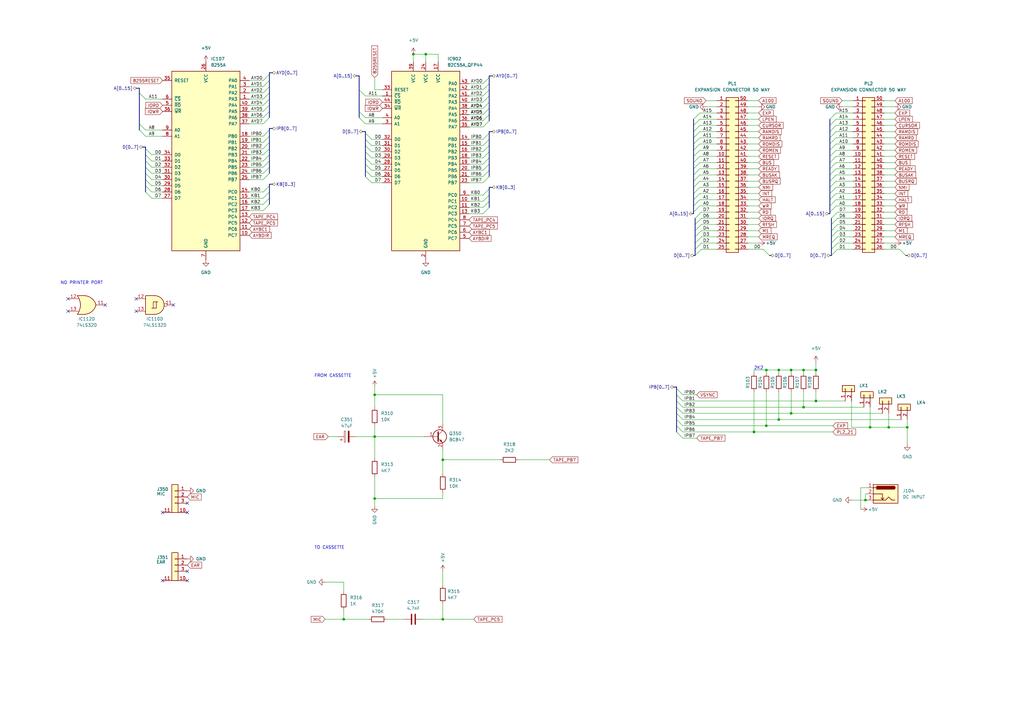
<source format=kicad_sch>
(kicad_sch (version 20230121) (generator eeschema)
  (paper "A3")
  (junction (at 169.545 22.225))
  (junction (at 140.97 254))
  (junction (at 324.485 169.545))
  (junction (at 354.965 205.105))
  (junction (at 174.625 22.225))
  (junction (at 334.645 151.765))
  (junction (at 314.325 151.765))
  (junction (at 324.485 151.765))
  (junction (at 319.405 172.085))
  (junction (at 153.67 204.47))
  (junction (at 314.325 174.625))
  (junction (at 372.11 175.26))
  (junction (at 356.87 175.26))
  (junction (at 319.405 151.765))
  (junction (at 334.645 164.465))
  (junction (at 153.67 161.925))
  (junction (at 364.49 175.26))
  (junction (at 309.245 177.165))
  (junction (at 153.67 179.07))
  (junction (at 329.565 167.005))
  (junction (at 181.61 188.595))
  (junction (at 329.565 151.765))
  (junction (at 181.61 254))
  (no_connect (at 66.675 238.125))
  (no_connect (at 76.835 206.375))
  (no_connect (at 76.835 210.185))
  (no_connect (at 66.675 210.185))
  (no_connect (at 55.88 127.635))
  (no_connect (at 55.88 122.555))
  (no_connect (at 71.12 125.095))
  (no_connect (at 27.94 122.555))
  (no_connect (at 27.94 127.635))
  (no_connect (at 43.18 125.095))
  (no_connect (at 76.835 238.125))
  (no_connect (at 76.835 234.315))
  (bus_entry (at 198.12 44.45) (size 2.54 -2.54))
  (bus_entry (at 149.86 69.85) (size 2.54 2.54))
  (bus_entry (at 340.36 51.435) (size 2.54 -2.54))
  (bus_entry (at 340.36 71.755) (size 2.54 -2.54))
  (bus_entry (at 280.035 167.005) (size -2.54 -2.54))
  (bus_entry (at 198.12 82.55) (size 2.54 -2.54))
  (bus_entry (at 107.95 45.72) (size 2.54 -2.54))
  (bus_entry (at 107.95 33.02) (size 2.54 -2.54))
  (bus_entry (at 107.95 58.42) (size 2.54 -2.54))
  (bus_entry (at 198.12 46.99) (size 2.54 -2.54))
  (bus_entry (at 149.86 59.69) (size 2.54 2.54))
  (bus_entry (at 285.115 92.075) (size 2.54 -2.54))
  (bus_entry (at 280.035 172.085) (size -2.54 -2.54))
  (bus_entry (at 284.48 56.515) (size 2.54 -2.54))
  (bus_entry (at 149.86 72.39) (size 2.54 2.54))
  (bus_entry (at 198.12 52.07) (size 2.54 -2.54))
  (bus_entry (at 107.95 68.58) (size 2.54 -2.54))
  (bus_entry (at 107.95 50.8) (size 2.54 -2.54))
  (bus_entry (at 340.36 79.375) (size 2.54 -2.54))
  (bus_entry (at 198.12 72.39) (size 2.54 -2.54))
  (bus_entry (at 107.95 71.12) (size 2.54 -2.54))
  (bus_entry (at 340.36 59.055) (size 2.54 -2.54))
  (bus_entry (at 340.995 94.615) (size 2.54 -2.54))
  (bus_entry (at 198.12 80.01) (size 2.54 -2.54))
  (bus_entry (at 340.36 74.295) (size 2.54 -2.54))
  (bus_entry (at 340.995 92.075) (size 2.54 -2.54))
  (bus_entry (at 340.36 56.515) (size 2.54 -2.54))
  (bus_entry (at 198.12 85.09) (size 2.54 -2.54))
  (bus_entry (at 59.69 73.66) (size 2.54 2.54))
  (bus_entry (at 340.995 102.235) (size 2.54 -2.54))
  (bus_entry (at 149.86 62.23) (size 2.54 2.54))
  (bus_entry (at 280.035 179.705) (size -2.54 -2.54))
  (bus_entry (at 368.935 102.235) (size 2.54 2.54))
  (bus_entry (at 285.115 89.535) (size 2.54 -2.54))
  (bus_entry (at 198.12 36.83) (size 2.54 -2.54))
  (bus_entry (at 284.48 48.895) (size 2.54 -2.54))
  (bus_entry (at 57.15 50.8) (size 2.54 2.54))
  (bus_entry (at 340.36 69.215) (size 2.54 -2.54))
  (bus_entry (at 340.36 81.915) (size 2.54 -2.54))
  (bus_entry (at 198.12 74.93) (size 2.54 -2.54))
  (bus_entry (at 107.95 43.18) (size 2.54 -2.54))
  (bus_entry (at 340.36 61.595) (size 2.54 -2.54))
  (bus_entry (at 59.69 66.04) (size 2.54 2.54))
  (bus_entry (at 107.95 38.1) (size 2.54 -2.54))
  (bus_entry (at 284.48 84.455) (size 2.54 -2.54))
  (bus_entry (at 284.48 61.595) (size 2.54 -2.54))
  (bus_entry (at 284.48 74.295) (size 2.54 -2.54))
  (bus_entry (at 198.12 69.85) (size 2.54 -2.54))
  (bus_entry (at 149.86 64.77) (size 2.54 2.54))
  (bus_entry (at 280.035 174.625) (size -2.54 -2.54))
  (bus_entry (at 107.95 66.04) (size 2.54 -2.54))
  (bus_entry (at 147.32 45.72) (size 2.54 2.54))
  (bus_entry (at 340.36 53.975) (size 2.54 -2.54))
  (bus_entry (at 340.36 48.895) (size 2.54 -2.54))
  (bus_entry (at 59.69 68.58) (size 2.54 2.54))
  (bus_entry (at 198.12 41.91) (size 2.54 -2.54))
  (bus_entry (at 340.995 89.535) (size 2.54 -2.54))
  (bus_entry (at 198.12 87.63) (size 2.54 -2.54))
  (bus_entry (at 59.69 76.2) (size 2.54 2.54))
  (bus_entry (at 57.15 53.34) (size 2.54 2.54))
  (bus_entry (at 59.69 63.5) (size 2.54 2.54))
  (bus_entry (at 107.95 40.64) (size 2.54 -2.54))
  (bus_entry (at 149.86 54.61) (size 2.54 2.54))
  (bus_entry (at 284.48 81.915) (size 2.54 -2.54))
  (bus_entry (at 340.36 76.835) (size 2.54 -2.54))
  (bus_entry (at 107.95 86.36) (size 2.54 -2.54))
  (bus_entry (at 107.95 78.74) (size 2.54 -2.54))
  (bus_entry (at 340.36 84.455) (size 2.54 -2.54))
  (bus_entry (at 284.48 64.135) (size 2.54 -2.54))
  (bus_entry (at 284.48 59.055) (size 2.54 -2.54))
  (bus_entry (at 340.995 99.695) (size 2.54 -2.54))
  (bus_entry (at 340.995 104.775) (size 2.54 -2.54))
  (bus_entry (at 284.48 79.375) (size 2.54 -2.54))
  (bus_entry (at 198.12 57.15) (size 2.54 -2.54))
  (bus_entry (at 285.115 97.155) (size 2.54 -2.54))
  (bus_entry (at 198.12 64.77) (size 2.54 -2.54))
  (bus_entry (at 107.95 60.96) (size 2.54 -2.54))
  (bus_entry (at 147.32 36.83) (size 2.54 2.54))
  (bus_entry (at 57.15 38.1) (size 2.54 2.54))
  (bus_entry (at 198.12 59.69) (size 2.54 -2.54))
  (bus_entry (at 285.115 102.235) (size 2.54 -2.54))
  (bus_entry (at 284.48 86.995) (size 2.54 -2.54))
  (bus_entry (at 284.48 51.435) (size 2.54 -2.54))
  (bus_entry (at 284.48 53.975) (size 2.54 -2.54))
  (bus_entry (at 147.32 48.26) (size 2.54 2.54))
  (bus_entry (at 340.36 66.675) (size 2.54 -2.54))
  (bus_entry (at 198.12 49.53) (size 2.54 -2.54))
  (bus_entry (at 280.035 161.925) (size -2.54 -2.54))
  (bus_entry (at 149.86 57.15) (size 2.54 2.54))
  (bus_entry (at 284.48 76.835) (size 2.54 -2.54))
  (bus_entry (at 149.86 67.31) (size 2.54 2.54))
  (bus_entry (at 285.115 99.695) (size 2.54 -2.54))
  (bus_entry (at 284.48 66.675) (size 2.54 -2.54))
  (bus_entry (at 340.36 86.995) (size 2.54 -2.54))
  (bus_entry (at 59.69 60.96) (size 2.54 2.54))
  (bus_entry (at 198.12 67.31) (size 2.54 -2.54))
  (bus_entry (at 285.115 94.615) (size 2.54 -2.54))
  (bus_entry (at 107.95 48.26) (size 2.54 -2.54))
  (bus_entry (at 198.12 34.29) (size 2.54 -2.54))
  (bus_entry (at 284.48 71.755) (size 2.54 -2.54))
  (bus_entry (at 280.035 169.545) (size -2.54 -2.54))
  (bus_entry (at 59.69 71.12) (size 2.54 2.54))
  (bus_entry (at 285.115 104.775) (size 2.54 -2.54))
  (bus_entry (at 284.48 69.215) (size 2.54 -2.54))
  (bus_entry (at 107.95 73.66) (size 2.54 -2.54))
  (bus_entry (at 198.12 62.23) (size 2.54 -2.54))
  (bus_entry (at 340.36 64.135) (size 2.54 -2.54))
  (bus_entry (at 107.95 63.5) (size 2.54 -2.54))
  (bus_entry (at 59.69 78.74) (size 2.54 2.54))
  (bus_entry (at 107.95 35.56) (size 2.54 -2.54))
  (bus_entry (at 107.95 83.82) (size 2.54 -2.54))
  (bus_entry (at 107.95 55.88) (size 2.54 -2.54))
  (bus_entry (at 107.95 81.28) (size 2.54 -2.54))
  (bus_entry (at 280.035 164.465) (size -2.54 -2.54))
  (bus_entry (at 198.12 39.37) (size 2.54 -2.54))
  (bus_entry (at 313.055 102.235) (size 2.54 2.54))
  (bus_entry (at 280.035 177.165) (size -2.54 -2.54))
  (bus_entry (at 340.995 97.155) (size 2.54 -2.54))
  (bus (pts (xy 340.995 89.535) (xy 340.995 92.075)))
  (wire (pts (xy 192.405 41.91) (xy 198.12 41.91)))
  (wire (pts (xy 62.23 76.2) (xy 66.675 76.2)))
  (wire (pts (xy 169.545 22.225) (xy 169.545 25.4)))
  (wire (pts (xy 342.9 53.975) (xy 349.885 53.975)))
  (bus (pts (xy 110.49 45.72) (xy 110.49 48.26)))
  (wire (pts (xy 174.625 22.225) (xy 179.705 22.225)))
  (wire (pts (xy 102.235 45.72) (xy 107.95 45.72)))
  (bus (pts (xy 110.49 55.88) (xy 110.49 58.42)))
  (wire (pts (xy 153.67 161.925) (xy 181.61 161.925)))
  (wire (pts (xy 287.655 97.155) (xy 294.005 97.155)))
  (wire (pts (xy 343.535 97.155) (xy 349.885 97.155)))
  (wire (pts (xy 349.25 205.105) (xy 354.965 205.105)))
  (wire (pts (xy 152.4 72.39) (xy 156.845 72.39)))
  (bus (pts (xy 147.32 45.72) (xy 147.32 48.26)))
  (wire (pts (xy 306.705 86.995) (xy 311.15 86.995)))
  (wire (pts (xy 174.625 22.225) (xy 174.625 25.4)))
  (wire (pts (xy 102.235 38.1) (xy 107.95 38.1)))
  (wire (pts (xy 181.61 204.47) (xy 181.61 201.93)))
  (wire (pts (xy 319.405 151.765) (xy 319.405 153.035)))
  (wire (pts (xy 152.4 74.93) (xy 156.845 74.93)))
  (wire (pts (xy 306.705 94.615) (xy 311.15 94.615)))
  (wire (pts (xy 192.405 57.15) (xy 198.12 57.15)))
  (wire (pts (xy 362.585 59.055) (xy 367.03 59.055)))
  (bus (pts (xy 340.36 66.675) (xy 340.36 69.215)))
  (wire (pts (xy 372.11 175.26) (xy 372.11 172.085)))
  (wire (pts (xy 362.585 94.615) (xy 367.03 94.615)))
  (bus (pts (xy 111.76 75.565) (xy 110.49 75.565)))
  (wire (pts (xy 287.655 102.235) (xy 294.005 102.235)))
  (wire (pts (xy 287.02 66.675) (xy 294.005 66.675)))
  (wire (pts (xy 319.405 172.085) (xy 369.57 172.085)))
  (wire (pts (xy 334.645 151.765) (xy 334.645 148.59)))
  (bus (pts (xy 111.76 52.705) (xy 110.49 52.705)))
  (bus (pts (xy 340.36 76.835) (xy 340.36 79.375)))
  (wire (pts (xy 287.02 76.835) (xy 294.005 76.835)))
  (bus (pts (xy 340.36 61.595) (xy 340.36 64.135)))
  (bus (pts (xy 339.725 87.63) (xy 340.36 87.63)))
  (wire (pts (xy 362.585 51.435) (xy 367.03 51.435)))
  (wire (pts (xy 287.02 84.455) (xy 294.005 84.455)))
  (wire (pts (xy 287.02 51.435) (xy 294.005 51.435)))
  (wire (pts (xy 153.67 161.925) (xy 153.67 167.005)))
  (wire (pts (xy 362.585 81.915) (xy 367.03 81.915)))
  (bus (pts (xy 340.36 53.975) (xy 340.36 56.515)))
  (wire (pts (xy 329.565 167.005) (xy 354.33 167.005)))
  (wire (pts (xy 153.67 158.75) (xy 153.67 161.925)))
  (wire (pts (xy 181.61 254) (xy 194.31 254)))
  (bus (pts (xy 200.66 62.23) (xy 200.66 64.77)))
  (wire (pts (xy 306.705 92.075) (xy 311.15 92.075)))
  (wire (pts (xy 306.705 61.595) (xy 311.15 61.595)))
  (bus (pts (xy 57.15 38.1) (xy 57.15 50.8)))
  (wire (pts (xy 287.02 71.755) (xy 294.005 71.755)))
  (wire (pts (xy 319.405 151.765) (xy 324.485 151.765)))
  (bus (pts (xy 277.495 159.385) (xy 277.495 161.925)))
  (wire (pts (xy 153.67 174.625) (xy 153.67 179.07)))
  (wire (pts (xy 153.67 179.07) (xy 153.67 187.96)))
  (wire (pts (xy 306.705 69.215) (xy 311.15 69.215)))
  (bus (pts (xy 110.49 30.48) (xy 110.49 33.02)))
  (wire (pts (xy 153.67 207.645) (xy 153.67 204.47)))
  (wire (pts (xy 102.235 66.04) (xy 107.95 66.04)))
  (wire (pts (xy 329.565 160.655) (xy 329.565 167.005)))
  (wire (pts (xy 356.87 175.26) (xy 349.25 175.26)))
  (wire (pts (xy 134.62 179.07) (xy 138.43 179.07)))
  (wire (pts (xy 342.9 46.355) (xy 349.885 46.355)))
  (bus (pts (xy 200.66 59.69) (xy 200.66 62.23)))
  (wire (pts (xy 102.235 58.42) (xy 107.95 58.42)))
  (wire (pts (xy 192.405 46.99) (xy 198.12 46.99)))
  (bus (pts (xy 285.115 99.695) (xy 285.115 102.235)))
  (bus (pts (xy 147.32 36.83) (xy 147.32 45.72)))
  (bus (pts (xy 201.93 76.835) (xy 200.66 76.835)))
  (wire (pts (xy 181.61 188.595) (xy 181.61 194.31)))
  (bus (pts (xy 340.36 104.775) (xy 340.995 104.775)))
  (bus (pts (xy 284.48 51.435) (xy 284.48 53.975)))
  (bus (pts (xy 316.23 104.775) (xy 315.595 104.775)))
  (wire (pts (xy 362.585 92.075) (xy 367.03 92.075)))
  (wire (pts (xy 102.235 78.74) (xy 107.95 78.74)))
  (bus (pts (xy 59.69 76.2) (xy 59.69 78.74)))
  (bus (pts (xy 200.66 77.47) (xy 200.66 80.01)))
  (bus (pts (xy 200.66 53.975) (xy 200.66 54.61)))
  (bus (pts (xy 110.49 66.04) (xy 110.49 68.58)))
  (wire (pts (xy 306.705 53.975) (xy 311.15 53.975)))
  (wire (pts (xy 102.235 71.12) (xy 107.95 71.12)))
  (wire (pts (xy 362.585 74.295) (xy 367.03 74.295)))
  (bus (pts (xy 200.66 64.77) (xy 200.66 67.31)))
  (wire (pts (xy 345.44 43.815) (xy 349.885 43.815)))
  (wire (pts (xy 62.23 78.74) (xy 66.675 78.74)))
  (wire (pts (xy 102.235 48.26) (xy 107.95 48.26)))
  (bus (pts (xy 284.48 86.995) (xy 284.48 87.63)))
  (bus (pts (xy 149.86 57.15) (xy 149.86 59.69)))
  (bus (pts (xy 285.115 102.235) (xy 285.115 104.775)))
  (wire (pts (xy 285.75 161.925) (xy 280.035 161.925)))
  (wire (pts (xy 62.23 73.66) (xy 66.675 73.66)))
  (wire (pts (xy 342.9 64.135) (xy 349.885 64.135)))
  (wire (pts (xy 343.535 86.995) (xy 349.885 86.995)))
  (wire (pts (xy 362.585 71.755) (xy 367.03 71.755)))
  (wire (pts (xy 102.235 73.66) (xy 107.95 73.66)))
  (wire (pts (xy 309.245 177.165) (xy 341.63 177.165)))
  (wire (pts (xy 354.965 202.565) (xy 354.965 205.105)))
  (wire (pts (xy 362.585 76.835) (xy 367.03 76.835)))
  (wire (pts (xy 306.705 74.295) (xy 311.15 74.295)))
  (wire (pts (xy 343.535 102.235) (xy 349.885 102.235)))
  (bus (pts (xy 59.69 60.325) (xy 59.69 60.96)))
  (wire (pts (xy 364.49 175.26) (xy 356.87 175.26)))
  (wire (pts (xy 102.235 40.64) (xy 107.95 40.64)))
  (wire (pts (xy 192.405 52.07) (xy 198.12 52.07)))
  (wire (pts (xy 102.235 81.28) (xy 107.95 81.28)))
  (wire (pts (xy 343.535 92.075) (xy 349.885 92.075)))
  (wire (pts (xy 287.02 48.895) (xy 294.005 48.895)))
  (wire (pts (xy 192.405 59.69) (xy 198.12 59.69)))
  (wire (pts (xy 306.705 41.275) (xy 311.15 41.275)))
  (bus (pts (xy 340.36 81.915) (xy 340.36 84.455)))
  (bus (pts (xy 110.49 53.34) (xy 110.49 55.88)))
  (bus (pts (xy 284.48 74.295) (xy 284.48 76.835)))
  (wire (pts (xy 353.06 200.025) (xy 353.06 208.915)))
  (bus (pts (xy 277.495 172.085) (xy 277.495 174.625)))
  (bus (pts (xy 284.48 81.915) (xy 284.48 84.455)))
  (bus (pts (xy 149.86 67.31) (xy 149.86 69.85)))
  (bus (pts (xy 285.115 94.615) (xy 285.115 97.155)))
  (bus (pts (xy 340.995 99.695) (xy 340.995 102.235)))
  (wire (pts (xy 152.4 59.69) (xy 156.845 59.69)))
  (bus (pts (xy 200.66 39.37) (xy 200.66 41.91)))
  (wire (pts (xy 287.02 79.375) (xy 294.005 79.375)))
  (wire (pts (xy 309.245 151.765) (xy 314.325 151.765)))
  (bus (pts (xy 372.11 104.775) (xy 371.475 104.775)))
  (wire (pts (xy 179.705 22.225) (xy 179.705 25.4)))
  (wire (pts (xy 343.535 94.615) (xy 349.885 94.615)))
  (wire (pts (xy 355.6 202.565) (xy 354.965 202.565)))
  (bus (pts (xy 57.15 50.8) (xy 57.15 53.34)))
  (wire (pts (xy 169.545 22.225) (xy 174.625 22.225)))
  (bus (pts (xy 277.495 169.545) (xy 277.495 172.085)))
  (wire (pts (xy 133.35 238.76) (xy 140.97 238.76)))
  (bus (pts (xy 284.48 71.755) (xy 284.48 74.295)))
  (wire (pts (xy 334.645 151.765) (xy 334.645 153.035)))
  (bus (pts (xy 340.36 59.055) (xy 340.36 61.595)))
  (wire (pts (xy 102.235 60.96) (xy 107.95 60.96)))
  (bus (pts (xy 146.05 31.115) (xy 147.32 31.115)))
  (wire (pts (xy 192.405 82.55) (xy 198.12 82.55)))
  (bus (pts (xy 284.48 79.375) (xy 284.48 81.915)))
  (wire (pts (xy 355.6 200.025) (xy 353.06 200.025)))
  (wire (pts (xy 306.705 51.435) (xy 311.15 51.435)))
  (bus (pts (xy 59.69 63.5) (xy 59.69 66.04)))
  (bus (pts (xy 284.48 66.675) (xy 284.48 69.215)))
  (bus (pts (xy 200.66 82.55) (xy 200.66 85.09)))
  (wire (pts (xy 354.965 205.105) (xy 355.6 205.105)))
  (wire (pts (xy 102.235 68.58) (xy 107.95 68.58)))
  (wire (pts (xy 362.585 86.995) (xy 367.03 86.995)))
  (wire (pts (xy 306.705 71.755) (xy 311.15 71.755)))
  (wire (pts (xy 102.235 50.8) (xy 107.95 50.8)))
  (wire (pts (xy 306.705 48.895) (xy 311.15 48.895)))
  (wire (pts (xy 306.705 59.055) (xy 311.15 59.055)))
  (wire (pts (xy 362.585 61.595) (xy 367.03 61.595)))
  (wire (pts (xy 306.705 89.535) (xy 311.15 89.535)))
  (bus (pts (xy 277.495 158.75) (xy 277.495 159.385)))
  (bus (pts (xy 110.49 63.5) (xy 110.49 66.04)))
  (bus (pts (xy 111.76 29.845) (xy 110.49 29.845)))
  (bus (pts (xy 201.93 31.115) (xy 200.66 31.115)))
  (bus (pts (xy 147.32 31.115) (xy 147.32 36.83)))
  (wire (pts (xy 102.235 55.88) (xy 107.95 55.88)))
  (wire (pts (xy 192.405 69.85) (xy 198.12 69.85)))
  (wire (pts (xy 280.035 164.465) (xy 334.645 164.465)))
  (wire (pts (xy 356.87 175.26) (xy 356.87 167.005)))
  (wire (pts (xy 306.705 64.135) (xy 311.15 64.135)))
  (wire (pts (xy 306.705 99.695) (xy 311.15 99.695)))
  (bus (pts (xy 57.15 36.195) (xy 57.15 38.1)))
  (wire (pts (xy 192.405 87.63) (xy 198.12 87.63)))
  (bus (pts (xy 340.36 84.455) (xy 340.36 86.995)))
  (wire (pts (xy 314.325 174.625) (xy 341.63 174.625)))
  (wire (pts (xy 314.325 151.765) (xy 319.405 151.765)))
  (wire (pts (xy 362.585 99.695) (xy 367.03 99.695)))
  (wire (pts (xy 192.405 36.83) (xy 198.12 36.83)))
  (wire (pts (xy 192.405 49.53) (xy 198.12 49.53)))
  (wire (pts (xy 192.405 74.93) (xy 198.12 74.93)))
  (wire (pts (xy 287.02 46.355) (xy 294.005 46.355)))
  (wire (pts (xy 287.655 99.695) (xy 294.005 99.695)))
  (wire (pts (xy 153.67 204.47) (xy 153.67 195.58)))
  (wire (pts (xy 149.86 48.26) (xy 156.845 48.26)))
  (bus (pts (xy 200.66 31.115) (xy 200.66 31.75)))
  (wire (pts (xy 59.69 53.34) (xy 66.675 53.34)))
  (wire (pts (xy 181.61 247.65) (xy 181.61 254)))
  (wire (pts (xy 285.75 179.705) (xy 280.035 179.705)))
  (wire (pts (xy 62.23 66.04) (xy 66.675 66.04)))
  (bus (pts (xy 149.86 62.23) (xy 149.86 64.77)))
  (wire (pts (xy 102.235 63.5) (xy 107.95 63.5)))
  (bus (pts (xy 59.69 60.96) (xy 59.69 63.5)))
  (bus (pts (xy 59.69 66.04) (xy 59.69 68.58)))
  (bus (pts (xy 200.66 46.99) (xy 200.66 49.53)))
  (bus (pts (xy 58.42 60.325) (xy 59.69 60.325)))
  (wire (pts (xy 306.705 81.915) (xy 311.15 81.915)))
  (wire (pts (xy 102.235 35.56) (xy 107.95 35.56)))
  (wire (pts (xy 334.645 164.465) (xy 346.71 164.465)))
  (bus (pts (xy 340.36 48.895) (xy 340.36 51.435)))
  (wire (pts (xy 192.405 64.77) (xy 198.12 64.77)))
  (wire (pts (xy 306.705 66.675) (xy 311.15 66.675)))
  (bus (pts (xy 200.66 76.835) (xy 200.66 77.47)))
  (wire (pts (xy 152.4 57.15) (xy 156.845 57.15)))
  (bus (pts (xy 110.49 78.74) (xy 110.49 81.28)))
  (wire (pts (xy 343.535 89.535) (xy 349.885 89.535)))
  (wire (pts (xy 181.61 188.595) (xy 205.105 188.595)))
  (wire (pts (xy 324.485 169.545) (xy 361.95 169.545)))
  (wire (pts (xy 324.485 160.655) (xy 324.485 169.545)))
  (wire (pts (xy 319.405 160.655) (xy 319.405 172.085)))
  (wire (pts (xy 287.02 81.915) (xy 294.005 81.915)))
  (wire (pts (xy 362.585 69.215) (xy 367.03 69.215)))
  (wire (pts (xy 342.9 66.675) (xy 349.885 66.675)))
  (wire (pts (xy 62.23 81.28) (xy 66.675 81.28)))
  (wire (pts (xy 156.845 36.83) (xy 153.67 36.83)))
  (wire (pts (xy 342.9 81.915) (xy 349.885 81.915)))
  (bus (pts (xy 200.66 80.01) (xy 200.66 82.55)))
  (bus (pts (xy 277.495 167.005) (xy 277.495 169.545)))
  (wire (pts (xy 212.725 188.595) (xy 225.425 188.595)))
  (wire (pts (xy 362.585 97.155) (xy 367.03 97.155)))
  (bus (pts (xy 200.66 67.31) (xy 200.66 69.85)))
  (wire (pts (xy 149.86 39.37) (xy 156.845 39.37)))
  (wire (pts (xy 133.35 254) (xy 140.97 254)))
  (wire (pts (xy 181.61 234.315) (xy 181.61 240.03)))
  (wire (pts (xy 152.4 67.31) (xy 156.845 67.31)))
  (wire (pts (xy 62.23 63.5) (xy 66.675 63.5)))
  (bus (pts (xy 110.49 68.58) (xy 110.49 71.12)))
  (bus (pts (xy 277.495 164.465) (xy 277.495 167.005)))
  (wire (pts (xy 342.9 74.295) (xy 349.885 74.295)))
  (bus (pts (xy 285.115 97.155) (xy 285.115 99.695)))
  (bus (pts (xy 340.995 94.615) (xy 340.995 97.155)))
  (wire (pts (xy 362.585 64.135) (xy 367.03 64.135)))
  (wire (pts (xy 324.485 151.765) (xy 324.485 153.035)))
  (bus (pts (xy 340.36 69.215) (xy 340.36 71.755)))
  (wire (pts (xy 306.705 43.815) (xy 311.15 43.815)))
  (bus (pts (xy 110.49 33.02) (xy 110.49 35.56)))
  (wire (pts (xy 342.9 51.435) (xy 349.885 51.435)))
  (bus (pts (xy 340.36 79.375) (xy 340.36 81.915)))
  (wire (pts (xy 287.02 56.515) (xy 294.005 56.515)))
  (wire (pts (xy 192.405 85.09) (xy 198.12 85.09)))
  (bus (pts (xy 284.48 84.455) (xy 284.48 86.995)))
  (wire (pts (xy 181.61 161.925) (xy 181.61 173.99)))
  (bus (pts (xy 200.66 69.85) (xy 200.66 72.39)))
  (bus (pts (xy 110.49 35.56) (xy 110.49 38.1)))
  (bus (pts (xy 110.49 76.2) (xy 110.49 78.74)))
  (wire (pts (xy 342.9 69.215) (xy 349.885 69.215)))
  (wire (pts (xy 362.585 41.275) (xy 367.03 41.275)))
  (bus (pts (xy 284.48 53.975) (xy 284.48 56.515)))
  (wire (pts (xy 342.9 59.055) (xy 349.885 59.055)))
  (wire (pts (xy 306.705 56.515) (xy 311.15 56.515)))
  (bus (pts (xy 200.66 31.75) (xy 200.66 34.29)))
  (bus (pts (xy 285.115 89.535) (xy 285.115 92.075)))
  (bus (pts (xy 200.66 34.29) (xy 200.66 36.83)))
  (wire (pts (xy 102.235 86.36) (xy 107.95 86.36)))
  (wire (pts (xy 153.67 179.07) (xy 173.99 179.07)))
  (wire (pts (xy 306.705 84.455) (xy 311.15 84.455)))
  (wire (pts (xy 192.405 62.23) (xy 198.12 62.23)))
  (wire (pts (xy 306.705 97.155) (xy 311.15 97.155)))
  (wire (pts (xy 102.235 43.18) (xy 107.95 43.18)))
  (wire (pts (xy 342.9 76.835) (xy 349.885 76.835)))
  (wire (pts (xy 362.585 56.515) (xy 367.03 56.515)))
  (wire (pts (xy 287.02 53.975) (xy 294.005 53.975)))
  (bus (pts (xy 277.495 174.625) (xy 277.495 177.165)))
  (bus (pts (xy 340.995 102.235) (xy 340.995 104.775)))
  (wire (pts (xy 287.02 59.055) (xy 294.005 59.055)))
  (wire (pts (xy 192.405 80.01) (xy 198.12 80.01)))
  (wire (pts (xy 153.67 204.47) (xy 181.61 204.47)))
  (wire (pts (xy 62.23 68.58) (xy 66.675 68.58)))
  (bus (pts (xy 59.69 71.12) (xy 59.69 73.66)))
  (bus (pts (xy 284.48 69.215) (xy 284.48 71.755)))
  (bus (pts (xy 285.115 92.075) (xy 285.115 94.615)))
  (bus (pts (xy 340.36 86.995) (xy 340.36 87.63)))
  (bus (pts (xy 200.66 36.83) (xy 200.66 39.37)))
  (wire (pts (xy 280.035 172.085) (xy 319.405 172.085)))
  (wire (pts (xy 342.9 71.755) (xy 349.885 71.755)))
  (bus (pts (xy 284.48 48.895) (xy 284.48 51.435)))
  (wire (pts (xy 329.565 151.765) (xy 329.565 153.035)))
  (bus (pts (xy 284.48 61.595) (xy 284.48 64.135)))
  (bus (pts (xy 284.48 64.135) (xy 284.48 66.675)))
  (bus (pts (xy 55.88 36.195) (xy 57.15 36.195)))
  (wire (pts (xy 324.485 151.765) (xy 329.565 151.765)))
  (wire (pts (xy 362.585 102.235) (xy 368.935 102.235)))
  (wire (pts (xy 362.585 89.535) (xy 367.03 89.535)))
  (bus (pts (xy 148.59 53.975) (xy 149.86 53.975)))
  (wire (pts (xy 62.23 71.12) (xy 66.675 71.12)))
  (wire (pts (xy 287.655 92.075) (xy 294.005 92.075)))
  (bus (pts (xy 110.49 29.845) (xy 110.49 30.48)))
  (wire (pts (xy 140.97 250.19) (xy 140.97 254)))
  (wire (pts (xy 362.585 53.975) (xy 367.03 53.975)))
  (wire (pts (xy 362.585 79.375) (xy 367.03 79.375)))
  (wire (pts (xy 102.235 33.02) (xy 107.95 33.02)))
  (bus (pts (xy 149.86 59.69) (xy 149.86 62.23)))
  (wire (pts (xy 342.9 56.515) (xy 349.885 56.515)))
  (bus (pts (xy 340.36 64.135) (xy 340.36 66.675)))
  (wire (pts (xy 102.235 83.82) (xy 107.95 83.82)))
  (wire (pts (xy 140.97 254) (xy 151.13 254)))
  (wire (pts (xy 280.035 169.545) (xy 324.485 169.545)))
  (wire (pts (xy 329.565 151.765) (xy 334.645 151.765)))
  (bus (pts (xy 110.49 52.705) (xy 110.49 53.34)))
  (bus (pts (xy 200.66 44.45) (xy 200.66 46.99)))
  (wire (pts (xy 362.585 84.455) (xy 367.03 84.455)))
  (bus (pts (xy 110.49 81.28) (xy 110.49 83.82)))
  (wire (pts (xy 343.535 99.695) (xy 349.885 99.695)))
  (wire (pts (xy 152.4 62.23) (xy 156.845 62.23)))
  (wire (pts (xy 140.97 238.76) (xy 140.97 242.57)))
  (wire (pts (xy 289.56 41.275) (xy 294.005 41.275)))
  (bus (pts (xy 149.86 53.975) (xy 149.86 54.61)))
  (wire (pts (xy 173.355 254) (xy 181.61 254)))
  (wire (pts (xy 306.705 102.235) (xy 313.055 102.235)))
  (bus (pts (xy 149.86 54.61) (xy 149.86 57.15)))
  (wire (pts (xy 287.655 86.995) (xy 294.005 86.995)))
  (bus (pts (xy 149.86 69.85) (xy 149.86 72.39)))
  (wire (pts (xy 314.325 151.765) (xy 314.325 153.035)))
  (wire (pts (xy 287.02 61.595) (xy 294.005 61.595)))
  (wire (pts (xy 158.75 254) (xy 165.735 254)))
  (bus (pts (xy 284.48 76.835) (xy 284.48 79.375)))
  (wire (pts (xy 152.4 69.85) (xy 156.845 69.85)))
  (wire (pts (xy 149.86 50.8) (xy 156.845 50.8)))
  (bus (pts (xy 59.69 73.66) (xy 59.69 76.2)))
  (wire (pts (xy 306.705 79.375) (xy 311.15 79.375)))
  (wire (pts (xy 192.405 44.45) (xy 198.12 44.45)))
  (wire (pts (xy 289.56 43.815) (xy 294.005 43.815)))
  (bus (pts (xy 340.36 56.515) (xy 340.36 59.055)))
  (bus (pts (xy 59.69 68.58) (xy 59.69 71.12)))
  (wire (pts (xy 280.035 174.625) (xy 314.325 174.625)))
  (bus (pts (xy 277.495 161.925) (xy 277.495 164.465)))
  (bus (pts (xy 200.66 54.61) (xy 200.66 57.15)))
  (bus (pts (xy 110.49 43.18) (xy 110.49 45.72)))
  (wire (pts (xy 287.655 94.615) (xy 294.005 94.615)))
  (bus (pts (xy 284.48 104.775) (xy 285.115 104.775)))
  (wire (pts (xy 349.25 175.26) (xy 349.25 164.465)))
  (bus (pts (xy 200.66 41.91) (xy 200.66 44.45)))
  (wire (pts (xy 342.9 61.595) (xy 349.885 61.595)))
  (wire (pts (xy 314.325 160.655) (xy 314.325 174.625)))
  (wire (pts (xy 372.11 175.26) (xy 364.49 175.26)))
  (bus (pts (xy 200.66 57.15) (xy 200.66 59.69)))
  (bus (pts (xy 110.49 38.1) (xy 110.49 40.64)))
  (bus (pts (xy 283.845 87.63) (xy 284.48 87.63)))
  (wire (pts (xy 306.705 76.835) (xy 311.15 76.835)))
  (wire (pts (xy 309.245 160.655) (xy 309.245 177.165)))
  (bus (pts (xy 340.995 92.075) (xy 340.995 94.615)))
  (bus (pts (xy 340.36 51.435) (xy 340.36 53.975)))
  (wire (pts (xy 287.02 74.295) (xy 294.005 74.295)))
  (bus (pts (xy 110.49 75.565) (xy 110.49 76.2)))
  (wire (pts (xy 342.9 84.455) (xy 349.885 84.455)))
  (wire (pts (xy 192.405 67.31) (xy 198.12 67.31)))
  (wire (pts (xy 362.585 43.815) (xy 367.03 43.815)))
  (wire (pts (xy 309.245 153.035) (xy 309.245 151.765)))
  (wire (pts (xy 342.9 48.895) (xy 349.885 48.895)))
  (wire (pts (xy 181.61 184.15) (xy 181.61 188.595)))
  (wire (pts (xy 280.035 167.005) (xy 329.565 167.005)))
  (wire (pts (xy 280.035 177.165) (xy 309.245 177.165)))
  (wire (pts (xy 334.645 160.655) (xy 334.645 164.465)))
  (bus (pts (xy 149.86 64.77) (xy 149.86 67.31)))
  (wire (pts (xy 287.655 89.535) (xy 294.005 89.535)))
  (bus (pts (xy 284.48 59.055) (xy 284.48 61.595)))
  (wire (pts (xy 342.9 79.375) (xy 349.885 79.375)))
  (bus (pts (xy 284.48 56.515) (xy 284.48 59.055)))
  (bus (pts (xy 110.49 60.96) (xy 110.49 63.5)))
  (bus (pts (xy 340.36 71.755) (xy 340.36 74.295)))
  (wire (pts (xy 345.44 41.275) (xy 349.885 41.275)))
  (wire (pts (xy 362.585 46.355) (xy 367.03 46.355)))
  (wire (pts (xy 146.05 179.07) (xy 153.67 179.07)))
  (bus (pts (xy 340.36 74.295) (xy 340.36 76.835)))
  (wire (pts (xy 287.02 64.135) (xy 294.005 64.135)))
  (wire (pts (xy 364.49 175.26) (xy 364.49 169.545)))
  (wire (pts (xy 59.69 55.88) (xy 66.675 55.88)))
  (wire (pts (xy 287.02 69.215) (xy 294.005 69.215)))
  (wire (pts (xy 152.4 64.77) (xy 156.845 64.77)))
  (bus (pts (xy 110.49 40.64) (xy 110.49 43.18)))
  (bus (pts (xy 110.49 58.42) (xy 110.49 60.96)))
  (wire (pts (xy 192.405 72.39) (xy 198.12 72.39)))
  (bus (pts (xy 340.995 97.155) (xy 340.995 99.695)))
  (wire (pts (xy 59.69 40.64) (xy 66.675 40.64)))
  (wire (pts (xy 153.67 36.83) (xy 153.67 31.75)))
  (wire (pts (xy 306.705 46.355) (xy 311.15 46.355)))
  (bus (pts (xy 201.93 53.975) (xy 200.66 53.975)))
  (wire (pts (xy 192.405 34.29) (xy 198.12 34.29)))
  (bus (pts (xy 276.225 158.75) (xy 277.495 158.75)))
  (wire (pts (xy 362.585 66.675) (xy 367.03 66.675)))
  (wire (pts (xy 192.405 39.37) (xy 198.12 39.37)))
  (wire (pts (xy 362.585 48.895) (xy 367.03 48.895)))
  (wire (pts (xy 372.11 182.245) (xy 372.11 175.26)))
  (text "FROM CASSETTE" (at 128.905 154.94 0) (effects (font (size 1.27 1.27)) (justify left bottom)))
  (text "TO CASSETTE" (at 128.905 225.425 0) (effects (font (size 1.27 1.27)) (justify left bottom)))
  (text "2K2" (at 309.245 151.765 0) (effects (font (size 1.27 1.27)) (justify left bottom)))
  (text "NO PRINTER PORT" (at 24.765 116.84 0) (effects (font (size 1.27 1.27)) (justify left bottom)))
  (label "A15" (at 344.17 46.355 0))
  (label "D0" (at 63.5 63.5 0))
  (label "A9" (at 288.29 61.595 0))
  (label "A11" (at 151.13 39.37 0))
  (label "A11" (at 344.17 56.515 0))
  (label "A10" (at 344.17 59.055 0))
  (label "AYD3" (at 102.87 40.64 0))
  (label "D6" (at 63.5 78.74 0))
  (label "D2" (at 153.67 62.23 0))
  (label "A2" (at 288.29 79.375 0))
  (label "A11" (at 60.96 40.64 0))
  (label "D0" (at 365.125 102.235 0))
  (label "A3" (at 344.17 76.835 0))
  (label "D7" (at 288.29 86.995 0))
  (label "IPB1" (at 102.87 58.42 0))
  (label "D6" (at 344.17 89.535 0))
  (label "IPB3" (at 193.04 64.77 0))
  (label "IPB4" (at 285.115 172.085 180))
  (label "KB0" (at 102.87 78.74 0))
  (label "A9" (at 344.17 61.595 0))
  (label "A11" (at 288.29 56.515 0))
  (label "A14" (at 288.29 48.895 0))
  (label "D7" (at 153.67 74.93 0))
  (label "A8" (at 60.96 53.34 0))
  (label "A10" (at 288.29 59.055 0))
  (label "D2" (at 288.29 99.695 0))
  (label "A8" (at 288.29 64.135 0))
  (label "KB3" (at 193.04 87.63 0))
  (label "D3" (at 344.17 97.155 0))
  (label "A7" (at 344.17 66.675 0))
  (label "D4" (at 288.29 94.615 0))
  (label "AYD4" (at 193.04 44.45 0))
  (label "AYD7" (at 193.04 52.07 0))
  (label "IPB4" (at 193.04 67.31 0))
  (label "AYD4" (at 193.04 44.45 0))
  (label "A8" (at 151.13 48.26 0))
  (label "A5" (at 344.17 71.755 0))
  (label "D1" (at 288.29 102.235 0))
  (label "IPB2" (at 102.87 60.96 0))
  (label "A6" (at 344.17 69.215 0))
  (label "IPB3" (at 102.87 63.5 0))
  (label "D7" (at 63.5 81.28 0))
  (label "A1" (at 288.29 81.915 0))
  (label "A15" (at 288.29 46.355 0))
  (label "KB0" (at 193.04 80.01 0))
  (label "IPB0" (at 193.04 57.15 0))
  (label "AYD2" (at 193.04 39.37 0))
  (label "AYD6" (at 193.04 49.53 0))
  (label "AYD5" (at 193.04 46.99 0))
  (label "D4" (at 63.5 73.66 0))
  (label "A3" (at 288.29 76.835 0))
  (label "AYD3" (at 193.04 41.91 0))
  (label "IPB6" (at 102.87 71.12 0))
  (label "D5" (at 153.67 69.85 0))
  (label "A8" (at 344.17 64.135 0))
  (label "A14" (at 344.17 48.895 0))
  (label "D2" (at 63.5 68.58 0))
  (label "A0" (at 344.17 84.455 0))
  (label "D0" (at 309.245 102.235 0))
  (label "D3" (at 153.67 64.77 0))
  (label "A0" (at 288.29 84.455 0))
  (label "IPB7" (at 285.115 179.705 180))
  (label "D1" (at 63.5 66.04 0))
  (label "AYD7" (at 102.87 50.8 0))
  (label "A12" (at 344.17 53.975 0))
  (label "A12" (at 288.29 53.975 0))
  (label "D3" (at 288.29 97.155 0))
  (label "IPB5" (at 102.87 68.58 0))
  (label "IPB6" (at 285.115 177.165 180))
  (label "A4" (at 344.17 74.295 0))
  (label "A9" (at 60.96 55.88 0))
  (label "IPB7" (at 193.04 74.93 0))
  (label "AYD0" (at 193.04 34.29 0))
  (label "D3" (at 63.5 71.12 0))
  (label "IPB1" (at 193.04 59.69 0))
  (label "IPB5" (at 285.115 174.625 180))
  (label "D5" (at 344.17 92.075 0))
  (label "IPB2" (at 285.115 167.005 180))
  (label "AYD4" (at 102.87 43.18 0))
  (label "D6" (at 153.67 72.39 0))
  (label "A9" (at 151.13 50.8 0))
  (label "IPB4" (at 102.87 66.04 0))
  (label "D5" (at 288.29 92.075 0))
  (label "D4" (at 153.67 67.31 0))
  (label "D2" (at 344.17 99.695 0))
  (label "KB1" (at 193.04 82.55 0))
  (label "D7" (at 344.17 86.995 0))
  (label "AYD6" (at 193.04 49.53 0))
  (label "IPB2" (at 193.04 62.23 0))
  (label "IPB1" (at 285.115 164.465 180))
  (label "D6" (at 288.29 89.535 0))
  (label "A1" (at 344.17 81.915 0))
  (label "IPB5" (at 193.04 69.85 0))
  (label "AYD7" (at 193.04 52.07 0))
  (label "AYD6" (at 102.87 48.26 0))
  (label "IPB0" (at 285.115 161.925 180))
  (label "IPB3" (at 285.115 169.545 180))
  (label "IPB7" (at 102.87 73.66 0))
  (label "KB3" (at 102.87 86.36 0))
  (label "A7" (at 288.29 66.675 0))
  (label "A13" (at 288.29 51.435 0))
  (label "A4" (at 288.29 74.295 0))
  (label "AYD2" (at 102.87 38.1 0))
  (label "A6" (at 288.29 69.215 0))
  (label "D0" (at 153.67 57.15 0))
  (label "IPB6" (at 193.04 72.39 0))
  (label "AYD1" (at 102.87 35.56 0))
  (label "A2" (at 344.17 79.375 0))
  (label "AYD1" (at 193.04 36.83 0))
  (label "A5" (at 288.29 71.755 0))
  (label "IPB0" (at 102.87 55.88 0))
  (label "D1" (at 153.67 59.69 0))
  (label "A13" (at 344.17 51.435 0))
  (label "D4" (at 344.17 94.615 0))
  (label "D5" (at 63.5 76.2 0))
  (label "AYD0" (at 102.87 33.02 0))
  (label "AYD5" (at 193.04 46.99 0))
  (label "KB2" (at 102.87 83.82 0))
  (label "KB2" (at 193.04 85.09 0))
  (label "D1" (at 344.17 102.235 0))
  (label "KB1" (at 102.87 81.28 0))
  (label "AYD5" (at 102.87 45.72 0))
  (global_label "EXP" (shape input) (at 341.63 174.625 0) (property "Intersheetrefs" "${INTERSHEET_REFS}" (effects hide)))
  (global_label "TAPE_PB7" (shape input) (at 225.425 188.595 0) (property "Intersheetrefs" "${INTERSHEET_REFS}" (effects hide)))
  (global_label "NMI" (shape input) (at 367.03 76.835 0) (property "Intersheetrefs" "${INTERSHEET_REFS}" (effects hide)))
  (global_label "SOUND" (shape input) (at 289.56 41.275 180) (property "Intersheetrefs" "${INTERSHEET_REFS}" (effects hide)))
  (global_label "8255RESET" (shape input) (at 153.67 31.75 90) (property "Intersheetrefs" "${INTERSHEET_REFS}" (effects hide)))
  (global_label "AYBDIR" (shape input) (at 102.235 96.52 0) (property "Intersheetrefs" "${INTERSHEET_REFS}" (effects hide)))
  (global_label "IORQ" (shape input) (at 367.03 89.535 0) (property "Intersheetrefs" "${INTERSHEET_REFS}" (effects hide)))
  (global_label "BUS" (shape input) (at 367.03 66.675 0) (property "Intersheetrefs" "${INTERSHEET_REFS}" (effects hide)))
  (global_label "READY" (shape input) (at 367.03 69.215 0) (property "Intersheetrefs" "${INTERSHEET_REFS}" (effects hide)))
  (global_label "EXP" (shape input) (at 311.15 46.355 0) (property "Intersheetrefs" "${INTERSHEET_REFS}" (effects hide)))
  (global_label "A100" (shape input) (at 311.15 41.275 0) (property "Intersheetrefs" "${INTERSHEET_REFS}" (effects hide)))
  (global_label "RAMDIS" (shape input) (at 367.03 53.975 0) (property "Intersheetrefs" "${INTERSHEET_REFS}" (effects hide)))
  (global_label "MIC" (shape input) (at 76.835 203.835 0) (property "Intersheetrefs" "${INTERSHEET_REFS}" (effects hide)))
  (global_label "RFSH" (shape input) (at 311.15 92.075 0) (property "Intersheetrefs" "${INTERSHEET_REFS}" (effects hide)))
  (global_label "LPEN" (shape input) (at 367.03 48.895 0) (property "Intersheetrefs" "${INTERSHEET_REFS}" (effects hide)))
  (global_label "AYBC1" (shape input) (at 102.235 93.98 0) (property "Intersheetrefs" "${INTERSHEET_REFS}" (effects hide)))
  (global_label "RESET" (shape input) (at 367.03 64.135 0) (property "Intersheetrefs" "${INTERSHEET_REFS}" (effects hide)))
  (global_label "MREQ" (shape input) (at 311.15 97.155 0) (property "Intersheetrefs" "${INTERSHEET_REFS}" (effects hide)))
  (global_label "IORD" (shape input) (at 66.675 43.18 180) (property "Intersheetrefs" "${INTERSHEET_REFS}" (effects hide)))
  (global_label "ROMEN" (shape input) (at 311.15 61.595 0) (property "Intersheetrefs" "${INTERSHEET_REFS}" (effects hide)))
  (global_label "RD" (shape input) (at 367.03 86.995 0) (property "Intersheetrefs" "${INTERSHEET_REFS}" (effects hide)))
  (global_label "CURSOR" (shape input) (at 367.03 51.435 0) (property "Intersheetrefs" "${INTERSHEET_REFS}" (effects hide)))
  (global_label "TAPE_PC5" (shape input) (at 194.31 254 0) (property "Intersheetrefs" "${INTERSHEET_REFS}" (effects hide)))
  (global_label "NMI" (shape input) (at 311.15 76.835 0) (property "Intersheetrefs" "${INTERSHEET_REFS}" (effects hide)))
  (global_label "MREQ" (shape input) (at 367.03 97.155 0) (property "Intersheetrefs" "${INTERSHEET_REFS}" (effects hide)))
  (global_label "CURSOR" (shape input) (at 311.15 51.435 0) (property "Intersheetrefs" "${INTERSHEET_REFS}" (effects hide)))
  (global_label "IOWR" (shape input) (at 66.675 45.72 180) (property "Intersheetrefs" "${INTERSHEET_REFS}" (effects hide)))
  (global_label "READY" (shape input) (at 311.15 69.215 0) (property "Intersheetrefs" "${INTERSHEET_REFS}" (effects hide)))
  (global_label "ROMEN" (shape input) (at 367.03 61.595 0) (property "Intersheetrefs" "${INTERSHEET_REFS}" (effects hide)))
  (global_label "RAMDIS" (shape input) (at 311.15 53.975 0) (property "Intersheetrefs" "${INTERSHEET_REFS}" (effects hide)))
  (global_label "BUSRQ" (shape input) (at 367.03 74.295 0) (property "Intersheetrefs" "${INTERSHEET_REFS}" (effects hide)))
  (global_label "IOWR" (shape input) (at 156.845 44.45 180) (property "Intersheetrefs" "${INTERSHEET_REFS}" (effects hide)))
  (global_label "M1" (shape input) (at 311.15 94.615 0) (property "Intersheetrefs" "${INTERSHEET_REFS}" (effects hide)))
  (global_label "EXP" (shape input) (at 367.03 46.355 0) (property "Intersheetrefs" "${INTERSHEET_REFS}" (effects hide)))
  (global_label "TAPE_PC5" (shape input) (at 192.405 92.71 0) (property "Intersheetrefs" "${INTERSHEET_REFS}" (effects hide)))
  (global_label "IORQ" (shape input) (at 311.15 89.535 0) (property "Intersheetrefs" "${INTERSHEET_REFS}" (effects hide)))
  (global_label "TAPE_PC4" (shape input) (at 192.405 90.17 0) (property "Intersheetrefs" "${INTERSHEET_REFS}" (effects hide)))
  (global_label "RAMRD" (shape input) (at 367.03 56.515 0) (property "Intersheetrefs" "${INTERSHEET_REFS}" (effects hide)))
  (global_label "TAPE_PC4" (shape input) (at 102.235 88.9 0) (property "Intersheetrefs" "${INTERSHEET_REFS}" (effects hide)))
  (global_label "ROMDIS" (shape input) (at 367.03 59.055 0) (property "Intersheetrefs" "${INTERSHEET_REFS}" (effects hide)))
  (global_label "A100" (shape input) (at 367.03 41.275 0) (property "Intersheetrefs" "${INTERSHEET_REFS}" (effects hide)))
  (global_label "IORD" (shape input) (at 156.845 41.91 180) (property "Intersheetrefs" "${INTERSHEET_REFS}" (effects hide)))
  (global_label "WR" (shape input) (at 367.03 84.455 0) (property "Intersheetrefs" "${INTERSHEET_REFS}" (effects hide)))
  (global_label "INT" (shape input) (at 311.15 79.375 0) (property "Intersheetrefs" "${INTERSHEET_REFS}" (effects hide)))
  (global_label "EAR" (shape input) (at 134.62 179.07 180) (property "Intersheetrefs" "${INTERSHEET_REFS}" (effects hide)))
  (global_label "WR" (shape input) (at 311.15 84.455 0) (property "Intersheetrefs" "${INTERSHEET_REFS}" (effects hide)))
  (global_label "HALT" (shape input) (at 311.15 81.915 0) (property "Intersheetrefs" "${INTERSHEET_REFS}" (effects hide)))
  (global_label "BUSAK" (shape input) (at 311.15 71.755 0) (property "Intersheetrefs" "${INTERSHEET_REFS}" (effects hide)))
  (global_label "HALT" (shape input) (at 367.03 81.915 0) (property "Intersheetrefs" "${INTERSHEET_REFS}" (effects hide)))
  (global_label "RESET" (shape input) (at 311.15 64.135 0) (property "Intersheetrefs" "${INTERSHEET_REFS}" (effects hide)))
  (global_label "M1" (shape input) (at 367.03 94.615 0) (property "Intersheetrefs" "${INTERSHEET_REFS}" (effects hide)))
  (global_label "SOUND" (shape input) (at 345.44 41.275 180) (property "Intersheetrefs" "${INTERSHEET_REFS}" (effects hide)))
  (global_label "RFSH" (shape input) (at 367.03 92.075 0) (property "Intersheetrefs" "${INTERSHEET_REFS}" (effects hide)))
  (global_label "AYBDIR" (shape input) (at 192.405 97.79 0) (property "Intersheetrefs" "${INTERSHEET_REFS}" (effects hide)))
  (global_label "RD" (shape input) (at 311.15 86.995 0) (property "Intersheetrefs" "${INTERSHEET_REFS}" (effects hide)))
  (global_label "LPEN" (shape input) (at 311.15 48.895 0) (property "Intersheetrefs" "${INTERSHEET_REFS}" (effects hide)))
  (global_label "AYBC1" (shape input) (at 192.405 95.25 0) (property "Intersheetrefs" "${INTERSHEET_REFS}" (effects hide)))
  (global_label "8255RESET" (shape input) (at 66.675 33.02 180) (property "Intersheetrefs" "${INTERSHEET_REFS}" (effects hide)))
  (global_label "TAPE_PC5" (shape input) (at 102.235 91.44 0) (property "Intersheetrefs" "${INTERSHEET_REFS}" (effects hide)))
  (global_label "VSYNC" (shape input) (at 285.75 161.925 0) (property "Intersheetrefs" "${INTERSHEET_REFS}" (effects hide)))
  (global_label "BUSRQ" (shape input) (at 311.15 74.295 0) (property "Intersheetrefs" "${INTERSHEET_REFS}" (effects hide)))
  (global_label "RAMRD" (shape input) (at 311.15 56.515 0) (property "Intersheetrefs" "${INTERSHEET_REFS}" (effects hide)))
  (global_label "EAR" (shape input) (at 76.835 231.775 0) (property "Intersheetrefs" "${INTERSHEET_REFS}" (effects hide)))
  (global_label "BUS" (shape input) (at 311.15 66.675 0) (property "Intersheetrefs" "${INTERSHEET_REFS}" (effects hide)))
  (global_label "BUSAK" (shape input) (at 367.03 71.755 0) (property "Intersheetrefs" "${INTERSHEET_REFS}" (effects hide)))
  (global_label "TAPE_PB7" (shape input) (at 285.75 179.705 0) (property "Intersheetrefs" "${INTERSHEET_REFS}" (effects hide)))
  (global_label "MIC" (shape input) (at 133.35 254 180) (property "Intersheetrefs" "${INTERSHEET_REFS}" (effects hide)))
  (global_label "INT" (shape input) (at 367.03 79.375 0) (property "Intersheetrefs" "${INTERSHEET_REFS}" (effects hide)))
  (global_label "PL2_21" (shape input) (at 341.63 177.165 0) (property "Intersheetrefs" "${INTERSHEET_REFS}" (effects hide)))
  (global_label "ROMDIS" (shape input) (at 311.15 59.055 0) (property "Intersheetrefs" "${INTERSHEET_REFS}" (effects hide)))
  (hierarchical_label "A[0..15]" (shape bidirectional) (at 339.725 87.63 180))
  (hierarchical_label "A[0..15]" (shape bidirectional) (at 146.05 31.115 180))
  (hierarchical_label "D[0..7]" (shape bidirectional) (at 340.36 104.775 180))
  (hierarchical_label "D[0..7]" (shape bidirectional) (at 148.59 53.975 180))
  (hierarchical_label "D[0..7]" (shape bidirectional) (at 284.48 104.775 180))
  (hierarchical_label "IPB[0..7]" (shape bidirectional) (at 276.225 158.75 180))
  (hierarchical_label "D[0..7]" (shape bidirectional) (at 58.42 60.325 180))
  (hierarchical_label "A[0..15]" (shape bidirectional) (at 283.845 87.63 180))
  (hierarchical_label "D[0..7]" (shape bidirectional) (at 316.23 104.775 0))
  (hierarchical_label "KB[0..3]" (shape bidirectional) (at 201.93 76.835 0))
  (hierarchical_label "AYD[0..7]" (shape bidirectional) (at 201.93 31.115 0))
  (hierarchical_label "A[0..15]" (shape bidirectional) (at 55.88 36.195 180))
  (hierarchical_label "IPB[0..7]" (shape bidirectional) (at 111.76 52.705 0))
  (hierarchical_label "AYD[0..7]" (shape bidirectional) (at 111.76 29.845 0))
  (hierarchical_label "D[0..7]" (shape bidirectional) (at 372.11 104.775 0))
  (hierarchical_label "KB[0..3]" (shape bidirectional) (at 111.76 75.565 0))
  (hierarchical_label "IPB[0..7]" (shape bidirectional) (at 201.93 53.975 0))
  (symbol (lib_id "power:GND") (at 76.835 229.235 90) (unit 1)
    (property "Reference" "#PWR0103" (effects hide))
    (property "Value" "GND" (at 84.455 229.235 90) (effects (justify left)))
  )
  (symbol (lib_id "CPC464-MINI:82C55A_QFP44") (at 174.625 66.04 0) (unit 1) (in_bom no) (on_board no)
    (property "Reference" "IC902" (at 183.515 24.13 0) (effects (justify left)))
    (property "Value" "82C55A_QFP44" (at 183.515 26.67 0) (effects (justify left)))
    (property "Footprint" "Package_QFP:PQFP-44_10x10mm_P0.8mm" (effects hide))
  )
  (symbol (lib_id "Transistor_BJT:BC847") (at 179.07 179.07 0) (unit 1)
    (property "Reference" "Q350" (at 184.15 177.7999 0) (effects (justify left)))
    (property "Value" "BC847" (at 184.15 180.3399 0) (effects (justify left)))
    (property "Footprint" "Package_TO_SOT_SMD:SOT-23" (effects hide))
    (property "Datasheet" "http://www.infineon.com/dgdl/Infineon-BC847SERIES_BC848SERIES_BC849SERIES_BC850SERIES-DS-v01_01-en.pdf?fileId=db3a304314dca389011541d4630a1657" (effects hide))
  )
  (symbol (lib_id "power:+5V") (at 353.06 208.915 270) (unit 1)
    (property "Reference" "#PWR0133" (effects hide))
    (property "Value" "+5V" (at 360.045 208.915 90) (effects (justify right)))
  )
  (symbol (lib_id "Device:C") (at 169.545 254 90) (unit 1)
    (property "Reference" "C317" (at 169.545 247.015 90))
    (property "Value" "4.7nF" (at 169.545 249.555 90))
    (property "Footprint" "Capacitor_SMD:C_0805_2012Metric" (effects hide))
  )
  (symbol (lib_id "power:GND") (at 84.455 106.68 0) (unit 1)
    (property "Reference" "#PWR0138" (effects hide))
    (property "Value" "GND" (at 84.455 111.76 0))
  )
  (symbol (lib_id "Device:R") (at 153.67 191.77 180) (unit 1)
    (property "Reference" "R313" (at 156.21 190.4999 0) (effects (justify right)))
    (property "Value" "4K7" (at 156.21 193.0399 0) (effects (justify right)))
    (property "Footprint" "Resistor_SMD:R_0805_2012Metric" (effects hide))
  )
  (symbol (lib_id "Device:R") (at 329.565 156.845 0) (unit 1)
    (property "Reference" "R107" (at 327.025 156.845 90))
    (property "Value" "2K2" (effects hide))
    (property "Footprint" "Resistor_SMD:R_0805_2012Metric" (effects hide))
    (property "LCSC" "C114561" (effects hide))
  )
  (symbol (lib_id "power:GND") (at 76.835 201.295 90) (unit 1)
    (property "Reference" "#PWR0306" (effects hide))
    (property "Value" "GND" (at 84.455 201.295 90) (effects (justify left)))
  )
  (symbol (lib_id "power:GND") (at 289.56 43.815 270) (unit 1)
    (property "Reference" "#PWR0141" (effects hide))
    (property "Value" "GND" (at 282.575 43.815 90) (effects (justify left)))
  )
  (symbol (lib_id "Connector_Generic:Conn_02x25_Counter_Clockwise") (at 354.965 71.755 0) (unit 1) (in_bom no) (on_board no)
    (property "Reference" "PL2" (at 356.235 34.29 0))
    (property "Value" "EXPANSION CONNECTOR 50 WAY" (at 356.235 36.83 0))
    (property "Footprint" "CPC464-MINI:EXPANSION_IDC_ANONYMISED" (effects hide))
  )
  (symbol (lib_id "power:+5V") (at 181.61 234.315 0) (mirror y) (unit 1)
    (property "Reference" "#PWR0312" (effects hide))
    (property "Value" "+5V" (at 181.61 226.695 90) (effects (justify right)))
  )
  (symbol (lib_id "power:GND") (at 345.44 43.815 270) (unit 1)
    (property "Reference" "#PWR0237" (effects hide))
    (property "Value" "GND" (at 338.455 43.815 90) (effects (justify left)))
  )
  (symbol (lib_id "Connector_Generic:Conn_01x02") (at 354.33 161.925 90) (unit 1)
    (property "Reference" "LK2" (at 360.045 160.655 90) (effects (justify right)))
    (property "Value" "LK2" (effects hide))
    (property "Footprint" "Connector_PinHeader_1.27mm:PinHeader_1x02_P1.27mm_Vertical" (effects hide))
  )
  (symbol (lib_id "74xx:74LS132") (at 63.5 125.095 0) (unit 4)
    (property "Reference" "IC110" (at 63.5 130.81 0))
    (property "Value" "74LS132D" (at 63.5 133.35 0))
    (property "Footprint" "Package_SO:SOIC-14_3.9x8.7mm_P1.27mm" (effects hide))
    (property "Datasheet" "http://www.ti.com/lit/gpn/sn74LS132" (effects hide))
  )
  (symbol (lib_id "Connector_Generic:Conn_02x25_Counter_Clockwise") (at 299.085 71.755 0) (unit 1)
    (property "Reference" "PL1" (at 300.355 34.29 0))
    (property "Value" "EXPANSION CONNECTOR 50 WAY" (at 300.355 36.83 0))
    (property "Footprint" "CPC464-MINI:EXPANSION_IDC_ANONYMISED" (effects hide))
  )
  (symbol (lib_id "Connector_Generic:Conn_01x02") (at 346.71 159.385 90) (unit 1)
    (property "Reference" "LK1" (at 352.425 158.115 90) (effects (justify right)))
    (property "Value" "LK1" (effects hide))
    (property "Footprint" "Connector_PinHeader_1.27mm:PinHeader_1x02_P1.27mm_Vertical" (effects hide))
  )
  (symbol (lib_id "Device:R") (at 154.94 254 270) (unit 1)
    (property "Reference" "R317" (at 154.94 248.285 90))
    (property "Value" "470K" (at 154.94 250.825 90))
    (property "Footprint" "Resistor_SMD:R_0805_2012Metric" (effects hide))
  )
  (symbol (lib_id "Interface:8255A") (at 84.455 66.04 0) (unit 1)
    (property "Reference" "IC107" (at 86.4744 24.13 0) (effects (justify left)))
    (property "Value" "8255A" (at 86.4744 26.67 0) (effects (justify left)))
    (property "Footprint" "Package_DIP:DIP-40_W15.24mm" (effects hide))
    (property "Datasheet" "http://aturing.umcs.maine.edu/~meadow/courses/cos335/Intel8255A.pdf" (effects hide))
  )
  (symbol (lib_id "Device:R") (at 314.325 156.845 0) (unit 1)
    (property "Reference" "R104" (at 311.785 156.845 90))
    (property "Value" "2K2" (effects hide))
    (property "Footprint" "Resistor_SMD:R_0805_2012Metric" (effects hide))
    (property "LCSC" "C114561" (effects hide))
  )
  (symbol (lib_id "power:GND") (at 367.03 43.815 90) (unit 1)
    (property "Reference" "#PWR0236" (effects hide))
    (property "Value" "GND" (at 374.015 43.815 90) (effects (justify left)))
  )
  (symbol (lib_id "power:+5V") (at 153.67 158.75 0) (mirror y) (unit 1)
    (property "Reference" "#PWR0105" (effects hide))
    (property "Value" "+5V" (at 153.67 151.13 90) (effects (justify right)))
  )
  (symbol (lib_id "74xx:74LS32") (at 35.56 125.095 0) (unit 4)
    (property "Reference" "IC112" (at 35.56 130.81 0))
    (property "Value" "74LS32D" (at 35.56 133.35 0))
    (property "Footprint" "Package_SO:SOIC-14_3.9x8.7mm_P1.27mm" (effects hide))
    (property "Datasheet" "http://www.ti.com/lit/gpn/sn74LS32" (effects hide))
  )
  (symbol (lib_id "Device:C_Polarized") (at 142.24 179.07 90) (unit 1)
    (property "Reference" "C351" (at 142.24 172.085 90))
    (property "Value" "47uF" (at 142.24 174.625 90))
    (property "Footprint" "Capacitor_THT:CP_Radial_D4.0mm_P2.00mm" (effects hide))
  )
  (symbol (lib_id "Device:R") (at 309.245 156.845 0) (unit 1)
    (property "Reference" "R103" (at 306.705 156.845 90))
    (property "Value" "2K2" (effects hide))
    (property "Footprint" "Resistor_SMD:R_0805_2012Metric" (effects hide))
    (property "LCSC" "C114561" (effects hide))
  )
  (symbol (lib_id "Connector_Generic:Conn_01x02") (at 361.95 164.465 90) (unit 1)
    (property "Reference" "LK3" (at 367.665 162.56 90) (effects (justify right)))
    (property "Value" "LK3" (effects hide))
    (property "Footprint" "Connector_PinHeader_1.27mm:PinHeader_1x02_P1.27mm_Vertical" (effects hide))
  )
  (symbol (lib_id "power:GND") (at 349.25 205.105 270) (unit 1)
    (property "Reference" "#PWR0144" (effects hide))
    (property "Value" "GND" (at 345.44 205.1049 90) (effects (justify right)))
  )
  (symbol (lib_id "CPC464-MINI:AUDIO") (at 71.755 203.835 0) (mirror y) (unit 1)
    (property "Reference" "J350" (at 66.675 200.66 0))
    (property "Value" "MIC" (at 66.04 202.565 0))
    (property "Footprint" "CPC464-MINI:STEREO" (effects hide))
  )
  (symbol (lib_id "power:GND") (at 153.67 207.645 0) (unit 1)
    (property "Reference" "#PWR0307" (effects hide))
    (property "Value" "GND" (at 153.67 215.265 90) (effects (justify left)))
  )
  (symbol (lib_id "Device:R") (at 181.61 243.84 180) (unit 1)
    (property "Reference" "R315" (at 183.515 242.5699 0) (effects (justify right)))
    (property "Value" "4K7" (at 183.515 245.1099 0) (effects (justify right)))
    (property "Footprint" "Resistor_SMD:R_0805_2012Metric" (effects hide))
  )
  (symbol (lib_id "Device:R") (at 334.645 156.845 0) (unit 1)
    (property "Reference" "R108" (at 332.105 156.845 90))
    (property "Value" "2K2" (effects hide))
    (property "Footprint" "Resistor_SMD:R_0805_2012Metric" (effects hide))
    (property "LCSC" "C114561" (effects hide))
  )
  (symbol (lib_id "power:+5V") (at 84.455 25.4 0) (unit 1)
    (property "Reference" "#PWR0139" (effects hide))
    (property "Value" "+5V" (at 84.455 19.685 0))
  )
  (symbol (lib_id "Device:R") (at 181.61 198.12 180) (unit 1)
    (property "Reference" "R314" (at 184.15 196.8499 0) (effects (justify right)))
    (property "Value" "10K" (at 184.15 199.3899 0) (effects (justify right)))
    (property "Footprint" "Resistor_SMD:R_0805_2012Metric" (effects hide))
  )
  (symbol (lib_id "power:+5V") (at 334.645 148.59 0) (unit 1)
    (property "Reference" "#PWR0213" (effects hide))
    (property "Value" "+5V" (at 334.645 142.875 0))
  )
  (symbol (lib_id "Device:R") (at 140.97 246.38 180) (unit 1)
    (property "Reference" "R316" (at 143.51 245.1099 0) (effects (justify right)))
    (property "Value" "1K" (at 143.51 247.6499 0) (effects (justify right)))
    (property "Footprint" "Resistor_SMD:R_0805_2012Metric" (effects hide))
  )
  (symbol (lib_id "Device:R") (at 324.485 156.845 0) (unit 1)
    (property "Reference" "R106" (at 321.945 156.845 90))
    (property "Value" "2K2" (effects hide))
    (property "Footprint" "Resistor_SMD:R_0805_2012Metric" (effects hide))
    (property "LCSC" "C114561" (effects hide))
  )
  (symbol (lib_id "Device:R") (at 319.405 156.845 0) (unit 1)
    (property "Reference" "R105" (at 316.865 156.845 90))
    (property "Value" "2K2" (effects hide))
    (property "Footprint" "Resistor_SMD:R_0805_2012Metric" (effects hide))
    (property "LCSC" "C114561" (effects hide))
  )
  (symbol (lib_id "Connector_Generic:Conn_01x02") (at 369.57 167.005 90) (unit 1)
    (property "Reference" "LK4" (at 375.92 165.1 90) (effects (justify right)))
    (property "Value" "LK4" (effects hide))
    (property "Footprint" "Connector_PinHeader_1.27mm:PinHeader_1x02_P1.27mm_Vertical" (effects hide))
  )
  (symbol (lib_id "power:GND") (at 372.11 182.245 0) (unit 1)
    (property "Reference" "#PWR0212" (effects hide))
    (property "Value" "GND" (at 372.11 187.325 0))
  )
  (symbol (lib_id "power:GND") (at 174.625 106.68 0) (unit 1)
    (property "Reference" "#PWR0211" (effects hide))
    (property "Value" "GND" (at 174.625 111.76 0))
  )
  (symbol (lib_id "power:+5V") (at 311.15 99.695 270) (unit 1)
    (property "Reference" "#PWR0142" (effects hide))
    (property "Value" "+5V" (at 318.135 99.695 90) (effects (justify right)))
  )
  (symbol (lib_id "CPC464-MINI:AUDIO") (at 71.755 231.775 0) (mirror y) (unit 1)
    (property "Reference" "J351" (at 66.675 228.6 0))
    (property "Value" "EAR" (at 66.04 230.505 0))
    (property "Footprint" "CPC464-MINI:STEREO" (effects hide))
  )
  (symbol (lib_id "power:+5V") (at 367.03 99.695 270) (unit 1)
    (property "Reference" "#PWR0235" (effects hide))
    (property "Value" "+5V" (at 374.015 99.695 90) (effects (justify right)))
  )
  (symbol (lib_id "power:GND") (at 311.15 43.815 90) (unit 1)
    (property "Reference" "#PWR0143" (effects hide))
    (property "Value" "GND" (at 318.135 43.815 90) (effects (justify left)))
  )
  (symbol (lib_id "Device:R") (at 208.915 188.595 270) (unit 1)
    (property "Reference" "R318" (at 208.915 182.245 90))
    (property "Value" "2K2" (at 208.915 184.785 90))
    (property "Footprint" "Resistor_SMD:R_0805_2012Metric" (effects hide))
  )
  (symbol (lib_id "power:GND") (at 133.35 238.76 270) (unit 1)
    (property "Reference" "#PWR0316" (effects hide))
    (property "Value" "GND" (at 125.73 238.76 90) (effects (justify left)))
  )
  (symbol (lib_id "Device:R") (at 153.67 170.815 180) (unit 1)
    (property "Reference" "R310" (at 156.21 169.5449 0) (effects (justify right)))
    (property "Value" "10K" (at 156.21 172.0849 0) (effects (justify right)))
    (property "Footprint" "Resistor_SMD:R_0805_2012Metric" (effects hide))
  )
  (symbol (lib_id "Connector:Barrel_Jack_Switch_Pin3Ring") (at 363.22 202.565 0) (mirror y) (unit 1)
    (property "Reference" "J104" (at 370.205 201.2949 0) (effects (justify right)))
    (property "Value" "DC INPUT" (at 370.205 203.8349 0) (effects (justify right)))
    (property "Footprint" "Connector_BarrelJack:BarrelJack_Horizontal" (effects hide))
  )
  (symbol (lib_id "power:+5V") (at 169.545 22.225 0) (unit 1)
    (property "Reference" "#PWR0210" (effects hide))
    (property "Value" "+5V" (at 169.545 16.51 0))
  )
)
</source>
